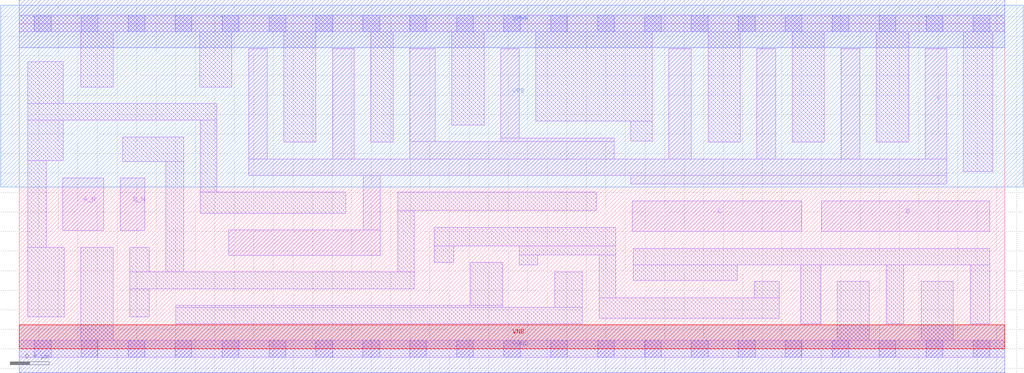
<source format=lef>
# Copyright 2020 The SkyWater PDK Authors
#
# Licensed under the Apache License, Version 2.0 (the "License");
# you may not use this file except in compliance with the License.
# You may obtain a copy of the License at
#
#     https://www.apache.org/licenses/LICENSE-2.0
#
# Unless required by applicable law or agreed to in writing, software
# distributed under the License is distributed on an "AS IS" BASIS,
# WITHOUT WARRANTIES OR CONDITIONS OF ANY KIND, either express or implied.
# See the License for the specific language governing permissions and
# limitations under the License.
#
# SPDX-License-Identifier: Apache-2.0

VERSION 5.7 ;
  NOWIREEXTENSIONATPIN ON ;
  DIVIDERCHAR "/" ;
  BUSBITCHARS "[]" ;
MACRO sky130_fd_sc_lp__nand4bb_4
  CLASS CORE ;
  FOREIGN sky130_fd_sc_lp__nand4bb_4 ;
  ORIGIN  0.000000  0.000000 ;
  SIZE  10.08000 BY  3.330000 ;
  SYMMETRY X Y R90 ;
  SITE unit ;
  PIN A_N
    ANTENNAGATEAREA  0.315000 ;
    DIRECTION INPUT ;
    USE SIGNAL ;
    PORT
      LAYER li1 ;
        RECT 0.445000 1.210000 0.865000 1.750000 ;
    END
  END A_N
  PIN B_N
    ANTENNAGATEAREA  0.315000 ;
    DIRECTION INPUT ;
    USE SIGNAL ;
    PORT
      LAYER li1 ;
        RECT 1.035000 1.210000 1.285000 1.750000 ;
    END
  END B_N
  PIN C
    ANTENNAGATEAREA  1.260000 ;
    DIRECTION INPUT ;
    USE SIGNAL ;
    PORT
      LAYER li1 ;
        RECT 6.270000 1.200000 8.005000 1.515000 ;
    END
  END C
  PIN D
    ANTENNAGATEAREA  1.260000 ;
    DIRECTION INPUT ;
    USE SIGNAL ;
    PORT
      LAYER li1 ;
        RECT 8.210000 1.200000 9.925000 1.515000 ;
    END
  END D
  PIN Y
    ANTENNADIFFAREA  3.292800 ;
    DIRECTION OUTPUT ;
    USE SIGNAL ;
    PORT
      LAYER li1 ;
        RECT 2.145000 0.955000 3.690000 1.215000 ;
        RECT 2.345000 1.775000 9.485000 1.945000 ;
        RECT 2.345000 1.945000 2.535000 3.075000 ;
        RECT 3.205000 1.945000 3.425000 3.075000 ;
        RECT 3.520000 1.215000 3.690000 1.775000 ;
        RECT 3.995000 1.945000 6.085000 2.120000 ;
        RECT 3.995000 2.120000 4.255000 3.075000 ;
        RECT 4.925000 2.120000 6.085000 2.160000 ;
        RECT 4.925000 2.160000 5.115000 3.075000 ;
        RECT 6.255000 1.685000 9.485000 1.775000 ;
        RECT 6.645000 1.945000 6.875000 3.075000 ;
        RECT 7.545000 1.945000 7.735000 3.075000 ;
        RECT 8.405000 1.945000 8.595000 3.075000 ;
        RECT 9.265000 1.945000 9.485000 3.075000 ;
    END
  END Y
  PIN VGND
    DIRECTION INOUT ;
    USE GROUND ;
    PORT
      LAYER met1 ;
        RECT 0.000000 -0.245000 10.080000 0.245000 ;
    END
  END VGND
  PIN VNB
    DIRECTION INOUT ;
    USE GROUND ;
    PORT
      LAYER pwell ;
        RECT 0.000000 0.000000 10.080000 0.245000 ;
    END
  END VNB
  PIN VPB
    DIRECTION INOUT ;
    USE POWER ;
    PORT
      LAYER nwell ;
        RECT -0.190000 1.655000 10.270000 3.520000 ;
    END
  END VPB
  PIN VPWR
    DIRECTION INOUT ;
    USE POWER ;
    PORT
      LAYER met1 ;
        RECT 0.000000 3.085000 10.080000 3.575000 ;
    END
  END VPWR
  OBS
    LAYER li1 ;
      RECT 0.000000 -0.085000 10.080000 0.085000 ;
      RECT 0.000000  3.245000 10.080000 3.415000 ;
      RECT 0.085000  0.325000  0.460000 1.040000 ;
      RECT 0.085000  1.040000  0.275000 1.930000 ;
      RECT 0.085000  1.930000  0.450000 2.340000 ;
      RECT 0.085000  2.340000  2.020000 2.510000 ;
      RECT 0.085000  2.510000  0.450000 2.940000 ;
      RECT 0.630000  0.085000  0.960000 1.040000 ;
      RECT 0.630000  2.680000  0.960000 3.245000 ;
      RECT 1.060000  1.920000  1.680000 2.170000 ;
      RECT 1.130000  0.325000  1.330000 0.615000 ;
      RECT 1.130000  0.615000  4.040000 0.785000 ;
      RECT 1.130000  0.785000  1.330000 1.040000 ;
      RECT 1.500000  0.785000  1.680000 1.920000 ;
      RECT 1.600000  0.255000  5.760000 0.425000 ;
      RECT 1.600000  0.425000  4.945000 0.445000 ;
      RECT 1.845000  2.680000  2.175000 3.245000 ;
      RECT 1.850000  1.385000  3.340000 1.605000 ;
      RECT 1.850000  1.605000  2.020000 2.340000 ;
      RECT 2.705000  2.115000  3.035000 3.245000 ;
      RECT 3.595000  2.115000  3.825000 3.245000 ;
      RECT 3.870000  0.785000  4.040000 1.415000 ;
      RECT 3.870000  1.415000  5.900000 1.605000 ;
      RECT 4.245000  0.885000  4.445000 1.055000 ;
      RECT 4.245000  1.055000  6.100000 1.245000 ;
      RECT 4.425000  2.290000  4.755000 3.245000 ;
      RECT 4.615000  0.445000  4.945000 0.885000 ;
      RECT 5.115000  0.860000  5.305000 0.960000 ;
      RECT 5.115000  0.960000  6.100000 1.055000 ;
      RECT 5.285000  2.330000  6.475000 3.245000 ;
      RECT 5.475000  0.425000  5.760000 0.790000 ;
      RECT 5.930000  0.310000  7.775000 0.520000 ;
      RECT 5.930000  0.520000  6.100000 0.960000 ;
      RECT 6.255000  2.125000  6.475000 2.330000 ;
      RECT 6.280000  0.700000  7.345000 0.860000 ;
      RECT 6.280000  0.860000  9.925000 1.030000 ;
      RECT 7.045000  2.115000  7.375000 3.245000 ;
      RECT 7.515000  0.520000  7.775000 0.690000 ;
      RECT 7.905000  2.115000  8.235000 3.245000 ;
      RECT 7.995000  0.255000  8.195000 0.860000 ;
      RECT 8.365000  0.085000  8.695000 0.690000 ;
      RECT 8.765000  2.115000  9.095000 3.245000 ;
      RECT 8.865000  0.255000  9.045000 0.860000 ;
      RECT 9.225000  0.085000  9.555000 0.690000 ;
      RECT 9.655000  1.815000  9.955000 3.245000 ;
      RECT 9.725000  0.255000  9.925000 0.860000 ;
    LAYER mcon ;
      RECT 0.155000 -0.085000 0.325000 0.085000 ;
      RECT 0.155000  3.245000 0.325000 3.415000 ;
      RECT 0.635000 -0.085000 0.805000 0.085000 ;
      RECT 0.635000  3.245000 0.805000 3.415000 ;
      RECT 1.115000 -0.085000 1.285000 0.085000 ;
      RECT 1.115000  3.245000 1.285000 3.415000 ;
      RECT 1.595000 -0.085000 1.765000 0.085000 ;
      RECT 1.595000  3.245000 1.765000 3.415000 ;
      RECT 2.075000 -0.085000 2.245000 0.085000 ;
      RECT 2.075000  3.245000 2.245000 3.415000 ;
      RECT 2.555000 -0.085000 2.725000 0.085000 ;
      RECT 2.555000  3.245000 2.725000 3.415000 ;
      RECT 3.035000 -0.085000 3.205000 0.085000 ;
      RECT 3.035000  3.245000 3.205000 3.415000 ;
      RECT 3.515000 -0.085000 3.685000 0.085000 ;
      RECT 3.515000  3.245000 3.685000 3.415000 ;
      RECT 3.995000 -0.085000 4.165000 0.085000 ;
      RECT 3.995000  3.245000 4.165000 3.415000 ;
      RECT 4.475000 -0.085000 4.645000 0.085000 ;
      RECT 4.475000  3.245000 4.645000 3.415000 ;
      RECT 4.955000 -0.085000 5.125000 0.085000 ;
      RECT 4.955000  3.245000 5.125000 3.415000 ;
      RECT 5.435000 -0.085000 5.605000 0.085000 ;
      RECT 5.435000  3.245000 5.605000 3.415000 ;
      RECT 5.915000 -0.085000 6.085000 0.085000 ;
      RECT 5.915000  3.245000 6.085000 3.415000 ;
      RECT 6.395000 -0.085000 6.565000 0.085000 ;
      RECT 6.395000  3.245000 6.565000 3.415000 ;
      RECT 6.875000 -0.085000 7.045000 0.085000 ;
      RECT 6.875000  3.245000 7.045000 3.415000 ;
      RECT 7.355000 -0.085000 7.525000 0.085000 ;
      RECT 7.355000  3.245000 7.525000 3.415000 ;
      RECT 7.835000 -0.085000 8.005000 0.085000 ;
      RECT 7.835000  3.245000 8.005000 3.415000 ;
      RECT 8.315000 -0.085000 8.485000 0.085000 ;
      RECT 8.315000  3.245000 8.485000 3.415000 ;
      RECT 8.795000 -0.085000 8.965000 0.085000 ;
      RECT 8.795000  3.245000 8.965000 3.415000 ;
      RECT 9.275000 -0.085000 9.445000 0.085000 ;
      RECT 9.275000  3.245000 9.445000 3.415000 ;
      RECT 9.755000 -0.085000 9.925000 0.085000 ;
      RECT 9.755000  3.245000 9.925000 3.415000 ;
  END
END sky130_fd_sc_lp__nand4bb_4
END LIBRARY

</source>
